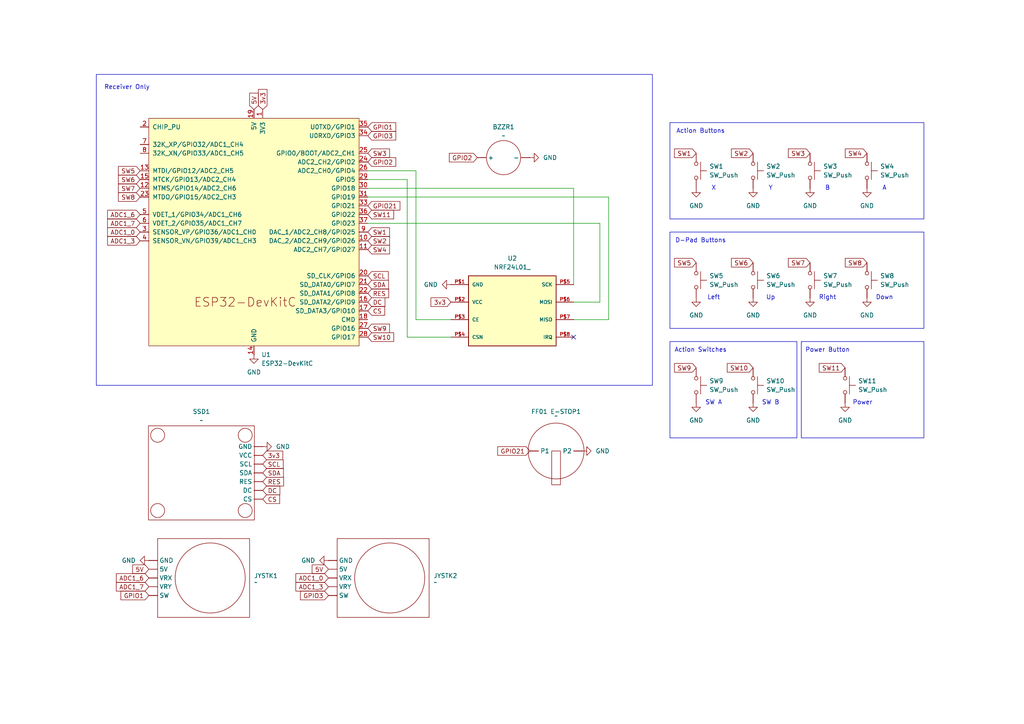
<source format=kicad_sch>
(kicad_sch (version 20250114) (generator "eeschema") (generator_version "9.0")
  (paper "A4")
  (title_block (title "GripCtrl - Unified Wiring Diagram"))
  (lib_symbols
    (symbol "Custom_Symbols:FF01"
      (property "Reference" "FF01 E-STOP" (at 0.254 2.54 0))
      (symbol "FF01_0_1"
        (rectangle (start -1.27 0) (end 1.27 -9.8044))
        (circle (center 0 0) (radius 8.1026))
      )
      (symbol "FF01_1_1"
        (pin bidirectional line (at -7.62 0 0) (length 2.54) (name "P1") (number ""))
        (pin bidirectional line (at 7.62 0 180) (length 2.54) (name "P2") (number ""))
      )
    )
    (symbol "Custom_Symbols:Joystick"
      (property "Reference" "JYSTK" (at 0 0 0))
      (symbol "Joystick_0_1"
        (rectangle (start -15.24 11.43) (end 11.43 -11.43))
        (circle (center 0 0) (radius 10.16))
      )
      (symbol "Joystick_1_1"
        (pin passive line (at -17.78 5.08 0) (length 2.54) (name "GND") (number ""))
        (pin power_in line (at -17.78 2.54 0) (length 2.54) (name "5V") (number ""))
        (pin output line (at -17.78 0 0) (length 2.54) (name "VRX") (number ""))
        (pin output line (at -17.78 -2.54 0) (length 2.54) (name "VRY") (number ""))
        (pin output line (at -17.78 -5.08 0) (length 2.54) (name "SW") (number ""))
      )
    )
    (symbol "Custom_Symbols:Piezo"
      (property "Reference" "BZZR" (at 0 0 0))
      (symbol "Piezo_0_1"
        (circle (center 0 0) (radius 4.953))
      )
      (symbol "Piezo_1_1"
        (pin input line (at -7.62 0 0) (length 2.54) (name "+") (number ""))
        (pin output line (at 7.62 0 180) (length 2.54) (name "-") (number ""))
      )
    )
    (symbol "Custom_Symbols:SSD1331_SPI_Multicolor_OLED"
      (property "Reference" "SSD1331" (at 0 0 0))
      (symbol "SSD1331_SPI_Multicolor_OLED_0_1"
        (rectangle (start -13.6525 15.367) (end 13.6525 -15.367))
        (circle (center -10.922 12.7) (radius 2.032))
        (circle (center -10.922 -12.7) (radius 2.032))
        (circle (center 10.922 12.7) (radius 2.032))
        (circle (center 10.922 -12.7) (radius 2.032))
      )
      (symbol "SSD1331_SPI_Multicolor_OLED_1_1"
        (pin power_out line (at -7.62 17.78 270) (length 2.54) (name "GND") (number ""))
        (pin power_in line (at -5.08 17.78 270) (length 2.54) (name "VCC") (number ""))
        (pin input line (at -2.54 17.78 270) (length 2.54) (name "SCL") (number ""))
        (pin bidirectional line (at 0 17.78 270) (length 2.54) (name "SDA") (number ""))
        (pin input line (at 2.54 17.78 270) (length 2.54) (name "RES") (number ""))
        (pin input line (at 5.08 17.78 270) (length 2.54) (name "DC") (number ""))
        (pin input line (at 7.62 17.78 270) (length 2.54) (name "CS") (number ""))
      )
    )
    (symbol "Joystick_1"
      (property "Reference" "JYSTK" (at 0 0 0))
      (symbol "Joystick_1_0_1"
        (rectangle (start -15.24 11.43) (end 11.43 -11.43))
        (circle (center 0 0) (radius 10.16))
      )
      (symbol "Joystick_1_1_1"
        (pin passive line (at -17.78 5.08 0) (length 2.54) (name "GND") (number ""))
        (pin power_in line (at -17.78 2.54 0) (length 2.54) (name "5V") (number ""))
        (pin output line (at -17.78 0 0) (length 2.54) (name "VRX") (number ""))
        (pin output line (at -17.78 -2.54 0) (length 2.54) (name "VRY") (number ""))
        (pin output line (at -17.78 -5.08 0) (length 2.54) (name "SW") (number ""))
      )
    )
    (symbol "NRF24L01_:NRF24L01_" (pin_names (offset 1.016))
      (property "Reference" "U" (at -12.7179 12.7179 0))
      (property "Value" "NRF24L01_" (at 0 0 0))
      (symbol "NRF24L01__0_0"
        (rectangle (start -12.7 -10.16) (end 12.7 10.16) (stroke (width 0.254)) (fill (type background)))
        (pin power_in line (at -17.78 7.62 0) (length 5.08) (name "GND") (number "P$1"))
        (pin power_in line (at -17.78 2.54 0) (length 5.08) (name "VCC") (number "P$2"))
        (pin bidirectional line (at -17.78 -2.54 0) (length 5.08) (name "CE") (number "P$3"))
        (pin bidirectional line (at -17.78 -7.62 0) (length 5.08) (name "CSN") (number "P$4"))
        (pin bidirectional line (at 17.78 7.62 180) (length 5.08) (name "SCK") (number "P$5"))
        (pin bidirectional line (at 17.78 2.54 180) (length 5.08) (name "MOSI") (number "P$6"))
        (pin bidirectional line (at 17.78 -2.54 180) (length 5.08) (name "MISO") (number "P$7"))
        (pin bidirectional line (at 17.78 -7.62 180) (length 5.08) (name "IRQ") (number "P$8"))
      )
    )
    (symbol "PCM_Espressif:ESP32-DevKitC" (pin_names (offset 1.016))
      (property "Reference" "U" (at -30.48 38.1 0))
      (property "Value" "ESP32-DevKitC" (at -30.48 35.56 0))
      (symbol "ESP32-DevKitC_0_0"
        (text "ESP32-DevKitC" (at -2.54 -20.32 0) (effects (font (size 2.54 2.54))))
        (pin power_in line (at 0 35.56 270) (length 2.54) (name "5V") (number "19"))
        (pin power_in line (at 0 -35.56 90) (length 2.54) (name "GND") (number "14"))
      )
      (symbol "ESP32-DevKitC_0_1"
        (rectangle (start -30.48 33.02) (end 30.48 -33.02) (fill (type background)))
      )
      (symbol "ESP32-DevKitC_1_1"
        (pin input line (at -33.02 30.48 0) (length 2.54) (name "CHIP_PU") (number "2"))
        (pin bidirectional line (at -33.02 25.4 0) (length 2.54) (name "32K_XP/GPIO32/ADC1_CH4") (number "7"))
        (pin bidirectional line (at -33.02 22.86 0) (length 2.54) (name "32K_XN/GPIO33/ADC1_CH5") (number "8"))
        (pin bidirectional line (at -33.02 17.78 0) (length 2.54) (name "MTDI/GPIO12/ADC2_CH5") (number "13"))
        (pin bidirectional line (at -33.02 15.24 0) (length 2.54) (name "MTCK/GPIO13/ADC2_CH4") (number "15"))
        (pin bidirectional line (at -33.02 12.7 0) (length 2.54) (name "MTMS/GPIO14/ADC2_CH6") (number "12"))
        (pin bidirectional line (at -33.02 10.16 0) (length 2.54) (name "MTDO/GPIO15/ADC2_CH3") (number "23"))
        (pin input line (at -33.02 5.08 0) (length 2.54) (name "VDET_1/GPIO34/ADC1_CH6") (number "5"))
        (pin input line (at -33.02 2.54 0) (length 2.54) (name "VDET_2/GPIO35/ADC1_CH7") (number "6"))
        (pin input line (at -33.02 0 0) (length 2.54) (name "SENSOR_VP/GPIO36/ADC1_CH0") (number "3"))
        (pin input line (at -33.02 -2.54 0) (length 2.54) (name "SENSOR_VN/GPIO39/ADC1_CH3") (number "4"))
        (pin passive line (at 0 -35.56 90) (length 2.54) (hide yes) (name "GND") (number "32"))
        (pin passive line (at 0 -35.56 90) (length 2.54) (hide yes) (name "GND") (number "38"))
        (pin power_in line (at 2.54 35.56 270) (length 2.54) (name "3V3") (number "1"))
        (pin bidirectional line (at 33.02 30.48 180) (length 2.54) (name "U0TXD/GPIO1") (number "35"))
        (pin bidirectional line (at 33.02 27.94 180) (length 2.54) (name "U0RXD/GPIO3") (number "34"))
        (pin bidirectional line (at 33.02 22.86 180) (length 2.54) (name "GPIO0/BOOT/ADC2_CH1") (number "25"))
        (pin bidirectional line (at 33.02 20.32 180) (length 2.54) (name "ADC2_CH2/GPIO2") (number "24"))
        (pin bidirectional line (at 33.02 17.78 180) (length 2.54) (name "ADC2_CH0/GPIO4") (number "26"))
        (pin bidirectional line (at 33.02 15.24 180) (length 2.54) (name "GPIO5") (number "29"))
        (pin bidirectional line (at 33.02 12.7 180) (length 2.54) (name "GPIO18") (number "30"))
        (pin bidirectional line (at 33.02 10.16 180) (length 2.54) (name "GPIO19") (number "31"))
        (pin bidirectional line (at 33.02 7.62 180) (length 2.54) (name "GPIO21") (number "33"))
        (pin bidirectional line (at 33.02 5.08 180) (length 2.54) (name "GPIO22") (number "36"))
        (pin bidirectional line (at 33.02 2.54 180) (length 2.54) (name "GPIO23") (number "37"))
        (pin bidirectional line (at 33.02 0 180) (length 2.54) (name "DAC_1/ADC2_CH8/GPIO25") (number "9"))
        (pin bidirectional line (at 33.02 -2.54 180) (length 2.54) (name "DAC_2/ADC2_CH9/GPIO26") (number "10"))
        (pin bidirectional line (at 33.02 -5.08 180) (length 2.54) (name "ADC2_CH7/GPIO27") (number "11"))
        (pin bidirectional line (at 33.02 -12.7 180) (length 2.54) (name "SD_CLK/GPIO6") (number "20"))
        (pin bidirectional line (at 33.02 -15.24 180) (length 2.54) (name "SD_DATA0/GPIO7") (number "21"))
        (pin bidirectional line (at 33.02 -17.78 180) (length 2.54) (name "SD_DATA1/GPIO8") (number "22"))
        (pin bidirectional line (at 33.02 -20.32 180) (length 2.54) (name "SD_DATA2/GPIO9") (number "16"))
        (pin bidirectional line (at 33.02 -22.86 180) (length 2.54) (name "SD_DATA3/GPIO10") (number "17"))
        (pin bidirectional line (at 33.02 -25.4 180) (length 2.54) (name "CMD") (number "18"))
        (pin bidirectional line (at 33.02 -27.94 180) (length 2.54) (name "GPIO16") (number "27"))
        (pin bidirectional line (at 33.02 -30.48 180) (length 2.54) (name "GPIO17") (number "28"))
      )
    )
    (symbol "Switch:SW_Push" (pin_numbers (hide yes)) (pin_names (offset 1.016) (hide yes))
      (property "Reference" "SW" (at 1.27 2.54 0))
      (property "Value" "SW_Push" (at 0 -1.524 0))
      (symbol "SW_Push_0_1"
        (circle (center -2.032 0) (radius 0.508))
        (polyline (pts (xy 0 1.27) (xy 0 3.048)))
        (circle (center 2.032 0) (radius 0.508))
        (polyline (pts (xy 2.54 1.27) (xy -2.54 1.27)))
        (pin passive line (at -5.08 0 0) (length 2.54) (name "1") (number "1"))
        (pin passive line (at 5.08 0 180) (length 2.54) (name "2") (number "2"))
      )
    )
    (symbol "power:GND" (power) (pin_numbers (hide yes)) (pin_names (offset 0) (hide yes))
      (property "Value" "GND" (at 0 -3.81 0))
      (symbol "GND_0_1"
        (polyline (pts (xy 0 0) (xy 0 -1.27) (xy 1.27 -1.27) (xy 0 -2.54) (xy -1.27 -1.27) (xy 0 -1.27)))
      )
      (symbol "GND_1_1"
        (pin power_in line (at 0 0 270) (length 0) (name "~") (number "1"))
      )
    )
  )
  (rectangle (start 194.31 35.56) (end 267.97 63.5))
  (rectangle (start 194.31 99.06) (end 231.14 127))
  (rectangle (start 232.41 99.06) (end 267.97 127))
  (rectangle (start 194.31 67.31) (end 267.97 95.25))
  (rectangle (start 27.94 21.59) (end 189.23 111.76))
  (text "Action Buttons" (at 203.2 38.1 0) (effects (font (size 1.27 1.27))))
  (text "Right" (at 240.03 86.36 0) (effects (font (size 1.27 1.27))))
  (text "Action Switches" (at 203.2 101.6 0) (effects (font (size 1.27 1.27))))
  (text "Power" (at 250.19 116.84 0) (effects (font (size 1.27 1.27))))
  (text "B" (at 240.03 54.61 0) (effects (font (size 1.27 1.27))))
  (text "X" (at 207.01 54.61 0) (effects (font (size 1.27 1.27))))
  (text "Power Button" (at 240.03 101.6 0) (effects (font (size 1.27 1.27))))
  (text "Up" (at 223.52 86.36 0) (effects (font (size 1.27 1.27))))
  (text "A" (at 256.54 54.61 0) (effects (font (size 1.27 1.27))))
  (text "Receiver Only" (at 36.83 25.4 0) (effects (font (size 1.27 1.27))))
  (text "SW A" (at 207.01 116.84 0) (effects (font (size 1.27 1.27))))
  (text "Down" (at 256.54 86.36 0) (effects (font (size 1.27 1.27))))
  (text "Y\n" (at 223.52 54.61 0) (effects (font (size 1.27 1.27))))
  (text "Left" (at 207.01 86.36 0) (effects (font (size 1.27 1.27))))
  (text "SW B" (at 223.52 116.84 0) (effects (font (size 1.27 1.27))))
  (text "D-Pad Buttons\n" (at 203.2 69.85 0) (effects (font (size 1.27 1.27))))
  (no_connect (at 166.37 97.79))
  (wire (pts (xy 130.81 92.71) (xy 120.65 92.71)))
  (wire (pts (xy 118.11 52.07) (xy 118.11 97.79)))
  (wire (pts (xy 106.68 52.07) (xy 118.11 52.07)))
  (wire (pts (xy 166.37 82.55) (xy 166.37 54.61)))
  (wire (pts (xy 120.65 49.53) (xy 106.68 49.53)))
  (wire (pts (xy 118.11 97.79) (xy 130.81 97.79)))
  (wire (pts (xy 176.53 92.71) (xy 176.53 57.15)))
  (wire (pts (xy 173.99 87.63) (xy 173.99 64.77)))
  (wire (pts (xy 120.65 92.71) (xy 120.65 49.53)))
  (wire (pts (xy 166.37 87.63) (xy 173.99 87.63)))
  (wire (pts (xy 166.37 92.71) (xy 176.53 92.71)))
  (wire (pts (xy 176.53 57.15) (xy 106.68 57.15)))
  (wire (pts (xy 166.37 54.61) (xy 106.68 54.61)))
  (wire (pts (xy 173.99 64.77) (xy 106.68 64.77)))
  (global_label "GPIO21" (shape input) (at 153.67 130.81 180) (property "Intersheetrefs" "${INTERSHEET_REFS}" (effects (hide yes))))
  (global_label "SW9" (shape input) (at 201.93 106.68 180) (property "Intersheetrefs" "${INTERSHEET_REFS}" (effects (hide yes))))
  (global_label "SW5" (shape input) (at 201.93 76.2 180) (property "Intersheetrefs" "${INTERSHEET_REFS}" (effects (hide yes))))
  (global_label "5V" (shape input) (at 95.25 165.1 180) (property "Intersheetrefs" "${INTERSHEET_REFS}" (effects (hide yes))))
  (global_label "SW4" (shape input) (at 106.68 72.39 0) (property "Intersheetrefs" "${INTERSHEET_REFS}" (effects (hide yes))))
  (global_label "ADC1_3" (shape input) (at 40.64 69.85 180) (property "Intersheetrefs" "${INTERSHEET_REFS}" (effects (hide yes))))
  (global_label "SW10" (shape input) (at 106.68 97.79 0) (property "Intersheetrefs" "${INTERSHEET_REFS}" (effects (hide yes))))
  (global_label "SW6" (shape input) (at 40.64 52.07 180) (property "Intersheetrefs" "${INTERSHEET_REFS}" (effects (hide yes))))
  (global_label "SW2" (shape input) (at 106.68 69.85 0) (property "Intersheetrefs" "${INTERSHEET_REFS}" (effects (hide yes))))
  (global_label "GPIO2" (shape input) (at 138.43 45.72 180) (property "Intersheetrefs" "${INTERSHEET_REFS}" (effects (hide yes))))
  (global_label "5V" (shape input) (at 43.18 165.1 180) (property "Intersheetrefs" "${INTERSHEET_REFS}" (effects (hide yes))))
  (global_label "ADC1_0" (shape input) (at 40.64 67.31 180) (property "Intersheetrefs" "${INTERSHEET_REFS}" (effects (hide yes))))
  (global_label "SW6" (shape input) (at 218.44 76.2 180) (property "Intersheetrefs" "${INTERSHEET_REFS}" (effects (hide yes))))
  (global_label "GPIO2" (shape input) (at 106.68 46.99 0) (property "Intersheetrefs" "${INTERSHEET_REFS}" (effects (hide yes))))
  (global_label "GPIO1" (shape input) (at 43.18 172.72 180) (property "Intersheetrefs" "${INTERSHEET_REFS}" (effects (hide yes))))
  (global_label "SW11" (shape input) (at 245.11 106.68 180) (property "Intersheetrefs" "${INTERSHEET_REFS}" (effects (hide yes))))
  (global_label "SW7" (shape input) (at 40.64 54.61 180) (property "Intersheetrefs" "${INTERSHEET_REFS}" (effects (hide yes))))
  (global_label "SW3" (shape input) (at 234.95 44.45 180) (property "Intersheetrefs" "${INTERSHEET_REFS}" (effects (hide yes))))
  (global_label "ADC1_7" (shape input) (at 43.18 170.18 180) (property "Intersheetrefs" "${INTERSHEET_REFS}" (effects (hide yes))))
  (global_label "3v3" (shape input) (at 76.2 132.08 0) (property "Intersheetrefs" "${INTERSHEET_REFS}" (effects (hide yes))))
  (global_label "SW3" (shape input) (at 106.68 44.45 0) (property "Intersheetrefs" "${INTERSHEET_REFS}" (effects (hide yes))))
  (global_label "GPIO3" (shape input) (at 95.25 172.72 180) (property "Intersheetrefs" "${INTERSHEET_REFS}" (effects (hide yes))))
  (global_label "GPIO3" (shape input) (at 106.68 39.37 0) (property "Intersheetrefs" "${INTERSHEET_REFS}" (effects (hide yes))))
  (global_label "RES" (shape input) (at 106.68 85.09 0) (property "Intersheetrefs" "${INTERSHEET_REFS}" (effects (hide yes))))
  (global_label "ADC1_6" (shape input) (at 43.18 167.64 180) (property "Intersheetrefs" "${INTERSHEET_REFS}" (effects (hide yes))))
  (global_label "CS" (shape input) (at 106.68 90.17 0) (property "Intersheetrefs" "${INTERSHEET_REFS}" (effects (hide yes))))
  (global_label "ADC1_3" (shape input) (at 95.25 170.18 180) (property "Intersheetrefs" "${INTERSHEET_REFS}" (effects (hide yes))))
  (global_label "SCL" (shape input) (at 106.68 80.01 0) (property "Intersheetrefs" "${INTERSHEET_REFS}" (effects (hide yes))))
  (global_label "ADC1_6" (shape input) (at 40.64 62.23 180) (property "Intersheetrefs" "${INTERSHEET_REFS}" (effects (hide yes))))
  (global_label "5V" (shape input) (at 73.66 31.75 90) (property "Intersheetrefs" "${INTERSHEET_REFS}" (effects (hide yes))))
  (global_label "3v3" (shape input) (at 76.2 31.75 90) (property "Intersheetrefs" "${INTERSHEET_REFS}" (effects (hide yes))))
  (global_label "SW11" (shape input) (at 106.68 62.23 0) (property "Intersheetrefs" "${INTERSHEET_REFS}" (effects (hide yes))))
  (global_label "SW8" (shape input) (at 251.46 76.2 180) (property "Intersheetrefs" "${INTERSHEET_REFS}" (effects (hide yes))))
  (global_label "SCL" (shape input) (at 76.2 134.62 0) (property "Intersheetrefs" "${INTERSHEET_REFS}" (effects (hide yes))))
  (global_label "SW2" (shape input) (at 218.44 44.45 180) (property "Intersheetrefs" "${INTERSHEET_REFS}" (effects (hide yes))))
  (global_label "SW8" (shape input) (at 40.64 57.15 180) (property "Intersheetrefs" "${INTERSHEET_REFS}" (effects (hide yes))))
  (global_label "SW4" (shape input) (at 251.46 44.45 180) (property "Intersheetrefs" "${INTERSHEET_REFS}" (effects (hide yes))))
  (global_label "SW10" (shape input) (at 218.44 106.68 180) (property "Intersheetrefs" "${INTERSHEET_REFS}" (effects (hide yes))))
  (global_label "SDA" (shape input) (at 76.2 137.16 0) (property "Intersheetrefs" "${INTERSHEET_REFS}" (effects (hide yes))))
  (global_label "SW7" (shape input) (at 234.95 76.2 180) (property "Intersheetrefs" "${INTERSHEET_REFS}" (effects (hide yes))))
  (global_label "CS" (shape input) (at 76.2 144.78 0) (property "Intersheetrefs" "${INTERSHEET_REFS}" (effects (hide yes))))
  (global_label "DC" (shape input) (at 76.2 142.24 0) (property "Intersheetrefs" "${INTERSHEET_REFS}" (effects (hide yes))))
  (global_label "3v3" (shape input) (at 130.81 87.63 180) (property "Intersheetrefs" "${INTERSHEET_REFS}" (effects (hide yes))))
  (global_label "RES" (shape input) (at 76.2 139.7 0) (property "Intersheetrefs" "${INTERSHEET_REFS}" (effects (hide yes))))
  (global_label "SW5" (shape input) (at 40.64 49.53 180) (property "Intersheetrefs" "${INTERSHEET_REFS}" (effects (hide yes))))
  (global_label "ADC1_0" (shape input) (at 95.25 167.64 180) (property "Intersheetrefs" "${INTERSHEET_REFS}" (effects (hide yes))))
  (global_label "GPIO1" (shape input) (at 106.68 36.83 0) (property "Intersheetrefs" "${INTERSHEET_REFS}" (effects (hide yes))))
  (global_label "ADC1_7" (shape input) (at 40.64 64.77 180) (property "Intersheetrefs" "${INTERSHEET_REFS}" (effects (hide yes))))
  (global_label "GPIO21" (shape input) (at 106.68 59.69 0) (property "Intersheetrefs" "${INTERSHEET_REFS}" (effects (hide yes))))
  (global_label "SW1" (shape input) (at 201.93 44.45 180) (property "Intersheetrefs" "${INTERSHEET_REFS}" (effects (hide yes))))
  (global_label "SW9" (shape input) (at 106.68 95.25 0) (property "Intersheetrefs" "${INTERSHEET_REFS}" (effects (hide yes))))
  (global_label "SDA" (shape input) (at 106.68 82.55 0) (property "Intersheetrefs" "${INTERSHEET_REFS}" (effects (hide yes))))
  (global_label "SW1" (shape input) (at 106.68 67.31 0) (property "Intersheetrefs" "${INTERSHEET_REFS}" (effects (hide yes))))
  (global_label "DC" (shape input) (at 106.68 87.63 0) (property "Intersheetrefs" "${INTERSHEET_REFS}" (effects (hide yes))))
  (symbol (lib_id "power:GND") (at 201.93 86.36 0) (unit 1)
    (property "Reference" "#PWR08" (effects (hide yes)))
    (property "Value" "GND" (at 201.93 91.44 0))
    (property "Description" "Power symbol creates a global label with name \"GND\" , ground" (effects (hide yes)))
  )
  (symbol (lib_id "power:GND") (at 218.44 54.61 0) (unit 1)
    (property "Reference" "#PWR05" (effects (hide yes)))
    (property "Value" "GND" (at 218.44 59.69 0))
    (property "Description" "Power symbol creates a global label with name \"GND\" , ground" (effects (hide yes)))
  )
  (symbol (lib_id "Switch:SW_Push") (at 234.95 49.53 270) (unit 1)
    (property "Reference" "SW3" (at 238.76 48.2599 90) (effects (justify left)))
    (property "Value" "SW_Push" (at 238.76 50.7999 90) (effects (justify left)))
    (property "Description" "Push button switch, generic, two pins" (effects (hide yes)))
  )
  (symbol (lib_id "power:GND") (at 76.2 129.54 90) (unit 1)
    (property "Reference" "#PWR014" (effects (hide yes)))
    (property "Value" "GND" (at 80.01 129.5399 90) (effects (justify right)))
    (property "Description" "Power symbol creates a global label with name \"GND\" , ground" (effects (hide yes)))
  )
  (symbol (lib_id "power:GND") (at 130.81 82.55 270) (unit 1)
    (property "Reference" "#PWR03" (effects (hide yes)))
    (property "Value" "GND" (at 127 82.5499 90) (effects (justify right)))
    (property "Description" "Power symbol creates a global label with name \"GND\" , ground" (effects (hide yes)))
  )
  (symbol (lib_id "power:GND") (at 234.95 54.61 0) (unit 1)
    (property "Reference" "#PWR06" (effects (hide yes)))
    (property "Value" "GND" (at 234.95 59.69 0))
    (property "Description" "Power symbol creates a global label with name \"GND\" , ground" (effects (hide yes)))
  )
  (symbol (lib_id "Switch:SW_Push") (at 218.44 49.53 270) (unit 1)
    (property "Reference" "SW2" (at 222.25 48.2599 90) (effects (justify left)))
    (property "Value" "SW_Push" (at 222.25 50.7999 90) (effects (justify left)))
    (property "Description" "Push button switch, generic, two pins" (effects (hide yes)))
  )
  (symbol (lib_id "power:GND") (at 245.11 116.84 0) (unit 1)
    (property "Reference" "#PWR016" (effects (hide yes)))
    (property "Value" "GND" (at 245.11 121.92 0))
    (property "Description" "Power symbol creates a global label with name \"GND\" , ground" (effects (hide yes)))
  )
  (symbol (lib_id "power:GND") (at 95.25 162.56 270) (unit 1)
    (property "Reference" "#PWR017" (effects (hide yes)))
    (property "Value" "GND" (at 91.44 162.5599 90) (effects (justify right)))
    (property "Description" "Power symbol creates a global label with name \"GND\" , ground" (effects (hide yes)))
  )
  (symbol (lib_id "Switch:SW_Push") (at 201.93 49.53 270) (unit 1)
    (property "Reference" "SW1" (at 205.74 48.2599 90) (effects (justify left)))
    (property "Value" "SW_Push" (at 205.74 50.7999 90) (effects (justify left)))
    (property "Description" "Push button switch, generic, two pins" (effects (hide yes)))
  )
  (symbol (lib_id "Custom_Symbols:Joystick") (at 60.96 167.64 0) (unit 1)
    (property "Reference" "JYSTK1" (at 73.66 167.0049 0) (effects (justify left)))
    (property "Value" "~" (at 73.66 168.91 0) (effects (justify left)))
  )
  (symbol (lib_id "power:GND") (at 43.18 162.56 270) (unit 1)
    (property "Reference" "#PWR018" (effects (hide yes)))
    (property "Value" "GND" (at 39.37 162.5599 90) (effects (justify right)))
    (property "Description" "Power symbol creates a global label with name \"GND\" , ground" (effects (hide yes)))
  )
  (symbol (lib_id "Custom_Symbols:SSD1331_SPI_Multicolor_OLED") (at 58.42 137.16 270) (unit 1)
    (property "Reference" "SSD1" (at 58.42 119.38 90))
    (property "Value" "~" (at 58.42 121.92 90))
  )
  (symbol (lib_id "power:GND") (at 251.46 54.61 0) (unit 1)
    (property "Reference" "#PWR07" (effects (hide yes)))
    (property "Value" "GND" (at 251.46 59.69 0))
    (property "Description" "Power symbol creates a global label with name \"GND\" , ground" (effects (hide yes)))
  )
  (symbol (lib_id "power:GND") (at 251.46 86.36 0) (unit 1)
    (property "Reference" "#PWR011" (effects (hide yes)))
    (property "Value" "GND" (at 251.46 91.44 0))
    (property "Description" "Power symbol creates a global label with name \"GND\" , ground" (effects (hide yes)))
  )
  (symbol (lib_id "power:GND") (at 168.91 130.81 90) (unit 1)
    (property "Reference" "#PWR01" (effects (hide yes)))
    (property "Value" "GND" (at 172.72 130.8099 90) (effects (justify right)))
    (property "Description" "Power symbol creates a global label with name \"GND\" , ground" (effects (hide yes)))
  )
  (symbol (lib_id "Switch:SW_Push") (at 218.44 81.28 270) (unit 1)
    (property "Reference" "SW6" (at 222.25 80.0099 90) (effects (justify left)))
    (property "Value" "SW_Push" (at 222.25 82.5499 90) (effects (justify left)))
    (property "Description" "Push button switch, generic, two pins" (effects (hide yes)))
  )
  (symbol (lib_id "power:GND") (at 234.95 86.36 0) (unit 1)
    (property "Reference" "#PWR010" (effects (hide yes)))
    (property "Value" "GND" (at 234.95 91.44 0))
    (property "Description" "Power symbol creates a global label with name \"GND\" , ground" (effects (hide yes)))
  )
  (symbol (lib_id "power:GND") (at 218.44 86.36 0) (unit 1)
    (property "Reference" "#PWR09" (effects (hide yes)))
    (property "Value" "GND" (at 218.44 91.44 0))
    (property "Description" "Power symbol creates a global label with name \"GND\" , ground" (effects (hide yes)))
  )
  (symbol (lib_id "Switch:SW_Push") (at 251.46 81.28 270) (unit 1)
    (property "Reference" "SW8" (at 255.27 80.0099 90) (effects (justify left)))
    (property "Value" "SW_Push" (at 255.27 82.5499 90) (effects (justify left)))
    (property "Description" "Push button switch, generic, two pins" (effects (hide yes)))
  )
  (symbol (lib_id "Custom_Symbols:Piezo") (at 146.05 45.72 0) (unit 1)
    (property "Reference" "BZZR1" (at 146.05 36.83 0))
    (property "Value" "~" (at 146.05 39.37 0))
  )
  (symbol (lib_id "Switch:SW_Push") (at 234.95 81.28 270) (unit 1)
    (property "Reference" "SW7" (at 238.76 80.0099 90) (effects (justify left)))
    (property "Value" "SW_Push" (at 238.76 82.5499 90) (effects (justify left)))
    (property "Description" "Push button switch, generic, two pins" (effects (hide yes)))
  )
  (symbol (lib_id "Switch:SW_Push") (at 201.93 111.76 270) (unit 1)
    (property "Reference" "SW9" (at 205.74 110.4899 90) (effects (justify left)))
    (property "Value" "SW_Push" (at 205.74 113.0299 90) (effects (justify left)))
    (property "Description" "Push button switch, generic, two pins" (effects (hide yes)))
  )
  (symbol (lib_id "power:GND") (at 73.66 102.87 0) (unit 1)
    (property "Reference" "#PWR02" (effects (hide yes)))
    (property "Value" "GND" (at 73.66 107.95 0))
    (property "Description" "Power symbol creates a global label with name \"GND\" , ground" (effects (hide yes)))
  )
  (symbol (lib_id "power:GND") (at 153.67 45.72 90) (unit 1)
    (property "Reference" "#PWR019" (effects (hide yes)))
    (property "Value" "GND" (at 157.48 45.7199 90) (effects (justify right)))
    (property "Description" "Power symbol creates a global label with name \"GND\" , ground" (effects (hide yes)))
  )
  (symbol (lib_name "Joystick_1") (lib_id "Custom_Symbols:Joystick") (at 113.03 167.64 0) (unit 1)
    (property "Reference" "JYSTK2" (at 125.73 167.0049 0) (effects (justify left)))
    (property "Value" "~" (at 125.73 168.91 0) (effects (justify left)))
  )
  (symbol (lib_id "Switch:SW_Push") (at 245.11 111.76 270) (unit 1)
    (property "Reference" "SW11" (at 248.92 110.4899 90) (effects (justify left)))
    (property "Value" "SW_Push" (at 248.92 113.0299 90) (effects (justify left)))
    (property "Description" "Push button switch, generic, two pins" (effects (hide yes)))
  )
  (symbol (lib_id "Switch:SW_Push") (at 251.46 49.53 270) (unit 1)
    (property "Reference" "SW4" (at 255.27 48.2599 90) (effects (justify left)))
    (property "Value" "SW_Push" (at 255.27 50.7999 90) (effects (justify left)))
    (property "Description" "Push button switch, generic, two pins" (effects (hide yes)))
  )
  (symbol (lib_id "power:GND") (at 201.93 116.84 0) (unit 1)
    (property "Reference" "#PWR012" (effects (hide yes)))
    (property "Value" "GND" (at 201.93 121.92 0))
    (property "Description" "Power symbol creates a global label with name \"GND\" , ground" (effects (hide yes)))
  )
  (symbol (lib_id "PCM_Espressif:ESP32-DevKitC") (at 73.66 67.31 0) (unit 1)
    (property "Reference" "U1" (at 75.8033 102.87 0) (effects (justify left)))
    (property "Value" "ESP32-DevKitC" (at 75.8033 105.41 0) (effects (justify left)))
    (property "Footprint" "PCM_Espressif:ESP32-DevKitC" (effects (hide yes)))
    (property "Datasheet" "https://docs.espressif.com/projects/esp-idf/zh_CN/latest/esp32/hw-reference/esp32/get-started-devkitc.html" (effects (hide yes)))
    (property "Description" "Development Kit" (effects (hide yes)))
  )
  (symbol (lib_id "Switch:SW_Push") (at 201.93 81.28 270) (unit 1)
    (property "Reference" "SW5" (at 205.74 80.0099 90) (effects (justify left)))
    (property "Value" "SW_Push" (at 205.74 82.5499 90) (effects (justify left)))
    (property "Description" "Push button switch, generic, two pins" (effects (hide yes)))
  )
  (symbol (lib_id "power:GND") (at 218.44 116.84 0) (unit 1)
    (property "Reference" "#PWR013" (effects (hide yes)))
    (property "Value" "GND" (at 218.44 121.92 0))
    (property "Description" "Power symbol creates a global label with name \"GND\" , ground" (effects (hide yes)))
  )
  (symbol (lib_id "NRF24L01_:NRF24L01_") (at 148.59 90.17 0) (unit 1)
    (property "Reference" "U2" (at 148.59 74.93 0))
    (property "Value" "NRF24L01_" (at 148.59 77.47 0))
    (property "Footprint" "NRF24L01_:NRF24L01-PCB-AERIAL" (effects (hide yes)))
    (property "MF" "Nordic Semiconductor" (effects (hide yes)))
    (property "Description_1" "IC RF TxRx Only General ISM > 1GHz  2.4GHz 20-VFQFN Exposed Pad" (effects (hide yes)))
    (property "Package" "QFN-20 Nordic Semiconductor" (effects (hide yes)))
    (property "Price" "None" (effects (hide yes)))
    (property "SnapEDA_Link" "https://www.snapeda.com/parts/NRF24L01+/Nordic+Power/view-part/?ref=snap" (effects (hide yes)))
    (property "MP" "NRF24L01+" (effects (hide yes)))
    (property "Availability" "In Stock" (effects (hide yes)))
    (property "Check_prices" "https://www.snapeda.com/parts/NRF24L01+/Nordic+Power/view-part/?ref=eda" (effects (hide yes)))
  )
  (symbol (lib_id "power:GND") (at 201.93 54.61 0) (unit 1)
    (property "Reference" "#PWR04" (effects (hide yes)))
    (property "Value" "GND" (at 201.93 59.69 0))
    (property "Description" "Power symbol creates a global label with name \"GND\" , ground" (effects (hide yes)))
  )
  (symbol (lib_id "Switch:SW_Push") (at 218.44 111.76 270) (unit 1)
    (property "Reference" "SW10" (at 222.25 110.4899 90) (effects (justify left)))
    (property "Value" "SW_Push" (at 222.25 113.0299 90) (effects (justify left)))
    (property "Description" "Push button switch, generic, two pins" (effects (hide yes)))
  )
  (symbol (lib_id "Custom_Symbols:FF01") (at 161.29 130.81 0) (unit 1)
    (property "Reference" "FF01 E-STOP1" (at 161.29 119.38 0))
    (property "Value" "~" (at 161.29 120.65 0))
  )
)
</source>
